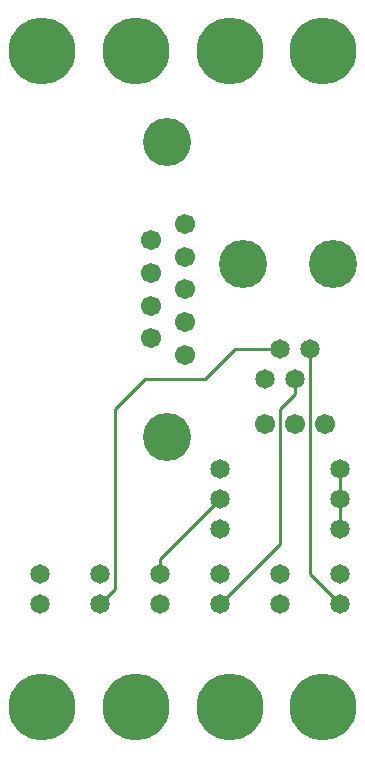
<source format=gtl>
%MOIN*%
%FSLAX25Y25*%
G04 D10 used for Character Trace; *
G04     Circle (OD=.01000) (No hole)*
G04 D11 used for Power Trace; *
G04     Circle (OD=.06500) (No hole)*
G04 D12 used for Signal Trace; *
G04     Circle (OD=.01100) (No hole)*
G04 D13 used for Via; *
G04     Circle (OD=.05800) (Round. Hole ID=.02800)*
G04 D14 used for Component hole; *
G04     Circle (OD=.06500) (Round. Hole ID=.03500)*
G04 D15 used for Component hole; *
G04     Circle (OD=.06700) (Round. Hole ID=.04300)*
G04 D16 used for Component hole; *
G04     Circle (OD=.08100) (Round. Hole ID=.05100)*
G04 D17 used for Component hole; *
G04     Circle (OD=.08900) (Round. Hole ID=.05900)*
G04 D18 used for Component hole; *
G04     Circle (OD=.11300) (Round. Hole ID=.08300)*
G04 D19 used for Component hole; *
G04     Circle (OD=.16000) (Round. Hole ID=.13000)*
G04 D20 used for Component hole; *
G04     Circle (OD=.18300) (Round. Hole ID=.15300)*
G04 D21 used for Component hole; *
G04     Circle (OD=.22291) (Round. Hole ID=.19291)*
%ADD10C,.01000*%
%ADD11C,.06500*%
%ADD12C,.01100*%
%ADD13C,.05800*%
%ADD14C,.06500*%
%ADD15C,.06700*%
%ADD16C,.08100*%
%ADD17C,.08900*%
%ADD18C,.11300*%
%ADD19C,.16000*%
%ADD20C,.18300*%
%ADD21C,.22291*%
%IPPOS*%
%LPD*%
G90*X0Y0D02*D21*X15625Y15625D03*X46875D03*D14*    
X35000Y50000D03*D12*X40000Y55000D01*Y115000D01*   
X50000Y125000D01*X70000D01*X80000Y135000D01*      
X95000D01*D14*D03*X90000Y125000D03*               
X105000Y135000D03*D12*Y60000D01*X115000Y50000D01* 
D14*D03*Y60000D03*D12*X75000Y50000D02*            
X95000Y70000D01*D14*X75000Y50000D03*Y60000D03*D12*
X95000Y70000D02*Y115000D01*X100000Y120000D01*     
Y125000D01*D14*D03*D15*X90000Y110000D03*          
X100000D03*X110000D03*D14*X75000Y95000D03*        
X115000D03*D12*Y85000D01*D14*D03*D12*Y75000D01*   
D14*D03*X95000Y60000D03*Y50000D03*X75000Y85000D03*
D12*X55000Y65000D01*Y60000D01*D14*D03*Y50000D03*  
X35000Y60000D03*X75000Y75000D03*X15000Y60000D03*  
Y50000D03*D19*X57400Y105800D03*D21*               
X78125Y15625D03*X109375D03*D15*X63100Y133200D03*  
X51800Y138700D03*X63100Y144100D03*                
X51800Y149600D03*X63100Y155000D03*                
X51800Y160400D03*D19*X112500Y163500D03*X82500D03* 
D15*X63100Y165900D03*X51800Y171300D03*            
X63100Y176800D03*D19*X57400Y204200D03*D21*        
X109375Y234375D03*X78125D03*X46875D03*X15625D03*  
M02*                                              

</source>
